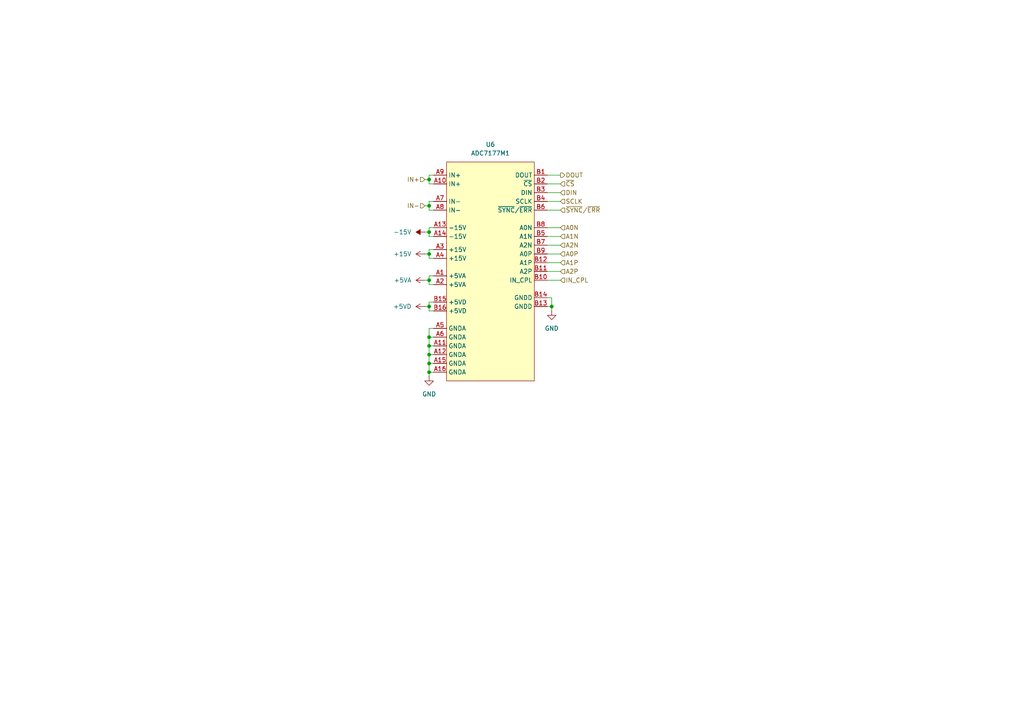
<source format=kicad_sch>
(kicad_sch (version 20250114) (generator "eeschema") (generator_version "9.0")
  (paper "A4")
  (lib_symbols
    (symbol "ADC7177B1:ADC7177M1"
      (property "Reference" "U" (at 0 35.56 0))
      (property "Value" "ADC7177M1" (at 0 33.02 0))
      (symbol "ADC7177M1_0_0"
        (pin passive line (at -16.51 27.94 0) (length 3.81) (name "IN+") (number "A9"))
        (pin passive line (at -16.51 25.4 0) (length 3.81) (name "IN+") (number "A10"))
        (pin passive line (at -16.51 20.32 0) (length 3.81) (name "IN-") (number "A7"))
        (pin passive line (at -16.51 17.78 0) (length 3.81) (name "IN-") (number "A8"))
        (pin passive line (at -16.51 12.7 0) (length 3.81) (name "-15V") (number "A13"))
        (pin passive line (at -16.51 10.16 0) (length 3.81) (name "-15V") (number "A14"))
        (pin passive line (at -16.51 6.35 0) (length 3.81) (name "+15V") (number "A3"))
        (pin passive line (at -16.51 3.81 0) (length 3.81) (name "+15V") (number "A4"))
        (pin passive line (at -16.51 -1.27 0) (length 3.81) (name "+5VA") (number "A1"))
        (pin passive line (at -16.51 -3.81 0) (length 3.81) (name "+5VA") (number "A2"))
        (pin passive line (at -16.51 -8.89 0) (length 3.81) (name "+5VD") (number "B15"))
        (pin passive line (at -16.51 -11.43 0) (length 3.81) (name "+5VD") (number "B16"))
        (pin passive line (at -16.51 -16.51 0) (length 3.81) (name "GNDA") (number "A5"))
        (pin passive line (at -16.51 -19.05 0) (length 3.81) (name "GNDA") (number "A6"))
        (pin passive line (at -16.51 -21.59 0) (length 3.81) (name "GNDA") (number "A11"))
        (pin passive line (at -16.51 -24.13 0) (length 3.81) (name "GNDA") (number "A12"))
        (pin passive line (at -16.51 -26.67 0) (length 3.81) (name "GNDA") (number "A15"))
        (pin passive line (at -16.51 -29.21 0) (length 3.81) (name "GNDA") (number "A16"))
        (pin passive line (at 16.51 27.94 180) (length 3.81) (name "DOUT") (number "B1"))
        (pin passive line (at 16.51 25.4 180) (length 3.81) (name "~{CS}") (number "B2"))
        (pin passive line (at 16.51 22.86 180) (length 3.81) (name "DIN") (number "B3"))
        (pin passive line (at 16.51 20.32 180) (length 3.81) (name "SCLK") (number "B4"))
        (pin passive line (at 16.51 17.78 180) (length 3.81) (name "~{SYNC}/~{ERR}") (number "B6"))
        (pin passive line (at 16.51 12.7 180) (length 3.81) (name "A0N") (number "B8"))
        (pin passive line (at 16.51 10.16 180) (length 3.81) (name "A1N") (number "B5"))
        (pin passive line (at 16.51 7.62 180) (length 3.81) (name "A2N") (number "B7"))
        (pin passive line (at 16.51 5.08 180) (length 3.81) (name "A0P") (number "B9"))
        (pin passive line (at 16.51 2.54 180) (length 3.81) (name "A1P") (number "B12"))
        (pin passive line (at 16.51 0 180) (length 3.81) (name "A2P") (number "B11"))
        (pin passive line (at 16.51 -2.54 180) (length 3.81) (name "IN_CPL") (number "B10"))
        (pin passive line (at 16.51 -7.62 180) (length 3.81) (name "GNDD") (number "B14"))
        (pin passive line (at 16.51 -10.16 180) (length 3.81) (name "GNDD") (number "B13"))
      )
      (symbol "ADC7177M1_1_1"
        (rectangle (start -12.7 31.75) (end 12.7 -31.75) (fill (type color) (color 255 255 194 1)))
      )
    )
    (symbol "power:+15V" (power) (pin_numbers (hide yes)) (pin_names (offset 0) (hide yes))
      (property "Value" "+15V" (at 0 3.556 0))
      (symbol "+15V_0_1"
        (polyline (pts (xy -0.762 1.27) (xy 0 2.54)))
        (polyline (pts (xy 0 2.54) (xy 0.762 1.27)))
        (polyline (pts (xy 0 0) (xy 0 2.54)))
      )
      (symbol "+15V_1_1"
        (pin power_in line (at 0 0 90) (length 0) (name "~") (number "1"))
      )
    )
    (symbol "power:+5VA" (power) (pin_numbers (hide yes)) (pin_names (offset 0) (hide yes))
      (property "Value" "+5VA" (at 0 3.556 0))
      (symbol "+5VA_0_1"
        (polyline (pts (xy -0.762 1.27) (xy 0 2.54)))
        (polyline (pts (xy 0 2.54) (xy 0.762 1.27)))
        (polyline (pts (xy 0 0) (xy 0 2.54)))
      )
      (symbol "+5VA_1_1"
        (pin power_in line (at 0 0 90) (length 0) (name "~") (number "1"))
      )
    )
    (symbol "power:+5VD" (power) (pin_numbers (hide yes)) (pin_names (offset 0) (hide yes))
      (property "Value" "+5VD" (at 0 3.556 0))
      (symbol "+5VD_0_1"
        (polyline (pts (xy -0.762 1.27) (xy 0 2.54)))
        (polyline (pts (xy 0 2.54) (xy 0.762 1.27)))
        (polyline (pts (xy 0 0) (xy 0 2.54)))
      )
      (symbol "+5VD_1_1"
        (pin power_in line (at 0 0 90) (length 0) (name "~") (number "1"))
      )
    )
    (symbol "power:-15V" (power) (pin_numbers (hide yes)) (pin_names (offset 0) (hide yes))
      (property "Value" "-15V" (at 0 3.556 0))
      (symbol "-15V_0_0"
        (pin power_in line (at 0 0 90) (length 0) (name "~") (number "1"))
      )
      (symbol "-15V_0_1"
        (polyline (pts (xy 0 0) (xy 0 1.27) (xy 0.762 1.27) (xy 0 2.54) (xy -0.762 1.27) (xy 0 1.27)) (fill (type outline)))
      )
    )
    (symbol "power:GND" (power) (pin_numbers (hide yes)) (pin_names (offset 0) (hide yes))
      (property "Value" "GND" (at 0 -3.81 0))
      (symbol "GND_0_1"
        (polyline (pts (xy 0 0) (xy 0 -1.27) (xy 1.27 -1.27) (xy 0 -2.54) (xy -1.27 -1.27) (xy 0 -1.27)))
      )
      (symbol "GND_1_1"
        (pin power_in line (at 0 0 270) (length 0) (name "~") (number "1"))
      )
    )
  )
  (junction (at 124.46 102.87))
  (junction (at 124.46 52.07))
  (junction (at 124.46 105.41))
  (junction (at 124.46 107.95))
  (junction (at 124.46 88.9))
  (junction (at 124.46 100.33))
  (junction (at 160.02 88.9))
  (junction (at 124.46 73.66))
  (junction (at 124.46 67.31))
  (junction (at 124.46 97.79))
  (junction (at 124.46 81.28))
  (junction (at 124.46 59.69))
  (wire (pts (xy 124.46 60.96) (xy 125.73 60.96)))
  (wire (pts (xy 123.19 88.9) (xy 124.46 88.9)))
  (wire (pts (xy 158.75 81.28) (xy 162.56 81.28)))
  (wire (pts (xy 158.75 60.96) (xy 162.56 60.96)))
  (wire (pts (xy 160.02 86.36) (xy 160.02 88.9)))
  (wire (pts (xy 158.75 78.74) (xy 162.56 78.74)))
  (wire (pts (xy 123.19 52.07) (xy 124.46 52.07)))
  (wire (pts (xy 158.75 58.42) (xy 162.56 58.42)))
  (wire (pts (xy 123.19 59.69) (xy 124.46 59.69)))
  (wire (pts (xy 124.46 102.87) (xy 125.73 102.87)))
  (wire (pts (xy 124.46 58.42) (xy 124.46 59.69)))
  (wire (pts (xy 158.75 68.58) (xy 162.56 68.58)))
  (wire (pts (xy 124.46 81.28) (xy 124.46 82.55)))
  (wire (pts (xy 158.75 50.8) (xy 162.56 50.8)))
  (wire (pts (xy 158.75 53.34) (xy 162.56 53.34)))
  (wire (pts (xy 124.46 100.33) (xy 124.46 102.87)))
  (wire (pts (xy 124.46 80.01) (xy 125.73 80.01)))
  (wire (pts (xy 124.46 80.01) (xy 124.46 81.28)))
  (wire (pts (xy 124.46 72.39) (xy 125.73 72.39)))
  (wire (pts (xy 123.19 81.28) (xy 124.46 81.28)))
  (wire (pts (xy 124.46 100.33) (xy 125.73 100.33)))
  (wire (pts (xy 158.75 71.12) (xy 162.56 71.12)))
  (wire (pts (xy 124.46 73.66) (xy 124.46 74.93)))
  (wire (pts (xy 124.46 102.87) (xy 124.46 105.41)))
  (wire (pts (xy 124.46 105.41) (xy 125.73 105.41)))
  (wire (pts (xy 124.46 66.04) (xy 124.46 67.31)))
  (wire (pts (xy 124.46 66.04) (xy 125.73 66.04)))
  (wire (pts (xy 124.46 74.93) (xy 125.73 74.93)))
  (wire (pts (xy 124.46 53.34) (xy 125.73 53.34)))
  (wire (pts (xy 124.46 50.8) (xy 124.46 52.07)))
  (wire (pts (xy 124.46 88.9) (xy 124.46 90.17)))
  (wire (pts (xy 124.46 107.95) (xy 125.73 107.95)))
  (wire (pts (xy 124.46 68.58) (xy 125.73 68.58)))
  (wire (pts (xy 158.75 55.88) (xy 162.56 55.88)))
  (wire (pts (xy 124.46 58.42) (xy 125.73 58.42)))
  (wire (pts (xy 160.02 88.9) (xy 160.02 90.17)))
  (wire (pts (xy 158.75 66.04) (xy 162.56 66.04)))
  (wire (pts (xy 158.75 88.9) (xy 160.02 88.9)))
  (wire (pts (xy 158.75 73.66) (xy 162.56 73.66)))
  (wire (pts (xy 124.46 97.79) (xy 124.46 100.33)))
  (wire (pts (xy 124.46 50.8) (xy 125.73 50.8)))
  (wire (pts (xy 124.46 52.07) (xy 124.46 53.34)))
  (wire (pts (xy 124.46 82.55) (xy 125.73 82.55)))
  (wire (pts (xy 158.75 86.36) (xy 160.02 86.36)))
  (wire (pts (xy 124.46 90.17) (xy 125.73 90.17)))
  (wire (pts (xy 124.46 95.25) (xy 125.73 95.25)))
  (wire (pts (xy 124.46 87.63) (xy 125.73 87.63)))
  (wire (pts (xy 124.46 87.63) (xy 124.46 88.9)))
  (wire (pts (xy 124.46 105.41) (xy 124.46 107.95)))
  (wire (pts (xy 158.75 76.2) (xy 162.56 76.2)))
  (wire (pts (xy 123.19 67.31) (xy 124.46 67.31)))
  (wire (pts (xy 124.46 107.95) (xy 124.46 109.22)))
  (wire (pts (xy 124.46 59.69) (xy 124.46 60.96)))
  (wire (pts (xy 123.19 73.66) (xy 124.46 73.66)))
  (wire (pts (xy 124.46 72.39) (xy 124.46 73.66)))
  (wire (pts (xy 124.46 97.79) (xy 125.73 97.79)))
  (wire (pts (xy 124.46 95.25) (xy 124.46 97.79)))
  (wire (pts (xy 124.46 67.31) (xy 124.46 68.58)))
  (hierarchical_label "DOUT" (shape output) (at 162.56 50.8 0))
  (hierarchical_label "SCLK" (shape input) (at 162.56 58.42 0))
  (hierarchical_label "A2P" (shape input) (at 162.56 78.74 0))
  (hierarchical_label "A2N" (shape input) (at 162.56 71.12 0))
  (hierarchical_label "A1N" (shape input) (at 162.56 68.58 0))
  (hierarchical_label "DIN" (shape input) (at 162.56 55.88 0))
  (hierarchical_label "IN+" (shape input) (at 123.19 52.07 180))
  (hierarchical_label "IN_CPL" (shape input) (at 162.56 81.28 0))
  (hierarchical_label "IN-" (shape input) (at 123.19 59.69 180))
  (hierarchical_label "A1P" (shape input) (at 162.56 76.2 0))
  (hierarchical_label "~{SYNC}{slash}~{ERR}" (shape input) (at 162.56 60.96 0))
  (hierarchical_label "A0P" (shape input) (at 162.56 73.66 0))
  (hierarchical_label "~{CS}" (shape input) (at 162.56 53.34 0))
  (hierarchical_label "A0N" (shape input) (at 162.56 66.04 0))
  (symbol (lib_id "power:GND") (at 124.46 109.22 0) (unit 1)
    (property "Reference" "#PWR074" (effects (hide yes)))
    (property "Value" "GND" (at 124.46 114.3 0))
    (property "Description" "Power symbol creates a global label with name \"GND\" , ground" (effects (hide yes)))
  )
  (symbol (lib_id "power:GND") (at 160.02 90.17 0) (unit 1)
    (property "Reference" "#PWR075" (effects (hide yes)))
    (property "Value" "GND" (at 160.02 95.25 0))
    (property "Description" "Power symbol creates a global label with name \"GND\" , ground" (effects (hide yes)))
  )
  (symbol (lib_id "power:-15V") (at 123.19 67.31 90) (unit 1)
    (property "Reference" "#PWR077" (effects (hide yes)))
    (property "Value" "-15V" (at 119.38 67.3099 90) (effects (justify left)))
    (property "Description" "Power symbol creates a global label with name \"-15V\"" (effects (hide yes)))
  )
  (symbol (lib_id "power:+5VD") (at 123.19 88.9 90) (unit 1)
    (property "Reference" "#PWR079" (effects (hide yes)))
    (property "Value" "+5VD" (at 119.38 88.8999 90) (effects (justify left)))
    (property "Description" "Power symbol creates a global label with name \"+5VD\"" (effects (hide yes)))
  )
  (symbol (lib_id "power:+15V") (at 123.19 73.66 90) (unit 1)
    (property "Reference" "#PWR076" (effects (hide yes)))
    (property "Value" "+15V" (at 119.38 73.6599 90) (effects (justify left)))
    (property "Description" "Power symbol creates a global label with name \"+15V\"" (effects (hide yes)))
  )
  (symbol (lib_id "ADC7177B1:ADC7177M1") (at 142.24 78.74 0) (unit 1)
    (property "Reference" "U6" (at 142.24 41.91 0))
    (property "Value" "ADC7177M1" (at 142.24 44.45 0))
  )
  (symbol (lib_id "power:+5VA") (at 123.19 81.28 90) (unit 1)
    (property "Reference" "#PWR078" (effects (hide yes)))
    (property "Value" "+5VA" (at 119.38 81.2799 90) (effects (justify left)))
    (property "Description" "Power symbol creates a global label with name \"+5VA\"" (effects (hide yes)))
  )
)
</source>
